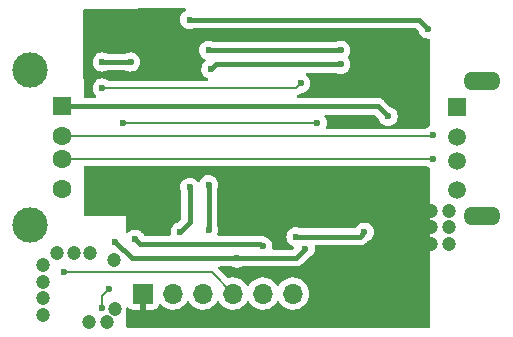
<source format=gbr>
G04 #@! TF.GenerationSoftware,KiCad,Pcbnew,(5.99.0-11535-gf6cac49802)*
G04 #@! TF.CreationDate,2021-08-06T14:04:52-04:00*
G04 #@! TF.ProjectId,esphome-humitemp,65737068-6f6d-4652-9d68-756d6974656d,1*
G04 #@! TF.SameCoordinates,Original*
G04 #@! TF.FileFunction,Copper,L2,Bot*
G04 #@! TF.FilePolarity,Positive*
%FSLAX46Y46*%
G04 Gerber Fmt 4.6, Leading zero omitted, Abs format (unit mm)*
G04 Created by KiCad (PCBNEW (5.99.0-11535-gf6cac49802)) date 2021-08-06 14:04:52*
%MOMM*%
%LPD*%
G01*
G04 APERTURE LIST*
G04 #@! TA.AperFunction,ComponentPad*
%ADD10R,1.700000X1.700000*%
G04 #@! TD*
G04 #@! TA.AperFunction,ComponentPad*
%ADD11O,1.700000X1.700000*%
G04 #@! TD*
G04 #@! TA.AperFunction,ComponentPad*
%ADD12R,1.500000X1.600000*%
G04 #@! TD*
G04 #@! TA.AperFunction,ComponentPad*
%ADD13C,1.600000*%
G04 #@! TD*
G04 #@! TA.AperFunction,ComponentPad*
%ADD14C,3.000000*%
G04 #@! TD*
G04 #@! TA.AperFunction,ComponentPad*
%ADD15R,1.508000X1.508000*%
G04 #@! TD*
G04 #@! TA.AperFunction,ComponentPad*
%ADD16C,1.508000*%
G04 #@! TD*
G04 #@! TA.AperFunction,ComponentPad*
%ADD17O,3.150000X1.575000*%
G04 #@! TD*
G04 #@! TA.AperFunction,ViaPad*
%ADD18C,0.600000*%
G04 #@! TD*
G04 #@! TA.AperFunction,ViaPad*
%ADD19C,1.200000*%
G04 #@! TD*
G04 #@! TA.AperFunction,Conductor*
%ADD20C,0.400000*%
G04 #@! TD*
G04 #@! TA.AperFunction,Conductor*
%ADD21C,0.200000*%
G04 #@! TD*
G04 #@! TA.AperFunction,Conductor*
%ADD22C,0.127000*%
G04 #@! TD*
G04 APERTURE END LIST*
D10*
X106850000Y-76600000D03*
D11*
X109390000Y-76600000D03*
X111930000Y-76600000D03*
X114470000Y-76600000D03*
X117010000Y-76600000D03*
X119550000Y-76600000D03*
D12*
X99990000Y-60750000D03*
D13*
X99990000Y-63250000D03*
X99990000Y-65250000D03*
X99990000Y-67750000D03*
D14*
X97280000Y-70820000D03*
X97280000Y-57680000D03*
D15*
X133462500Y-60844250D03*
D16*
X133462500Y-63344250D03*
X133462500Y-65344250D03*
X133462500Y-67844250D03*
D17*
X135562500Y-58644250D03*
X135562500Y-70044250D03*
D18*
X127600000Y-61600000D03*
D19*
X103800000Y-79000000D03*
X102300000Y-79000000D03*
X129650000Y-71000000D03*
X101000000Y-73200000D03*
X98400000Y-74200000D03*
D18*
X129150000Y-67800000D03*
D19*
X132800000Y-69600000D03*
X104500000Y-77900000D03*
X115050000Y-66600000D03*
X102400000Y-73200000D03*
X98400000Y-75600000D03*
D18*
X119100000Y-54600000D03*
X102750000Y-67700000D03*
D19*
X130200000Y-78400000D03*
X125400000Y-78400000D03*
X98400000Y-77000000D03*
D18*
X118200000Y-71600000D03*
D19*
X129650000Y-69600000D03*
X132800000Y-71000000D03*
X131200000Y-72400000D03*
X104400000Y-73800000D03*
X122200000Y-74200000D03*
X99600000Y-73200000D03*
X128600000Y-78400000D03*
X122200000Y-78400000D03*
X98400000Y-78400000D03*
X116750000Y-66600000D03*
X122200000Y-77000000D03*
D18*
X128600000Y-71600000D03*
D19*
X118350000Y-66600000D03*
D18*
X107000000Y-78800000D03*
D19*
X131200000Y-71000000D03*
X122200000Y-75600000D03*
X127000000Y-78400000D03*
X123800000Y-78400000D03*
X132800000Y-72400000D03*
D18*
X116550000Y-54600000D03*
D19*
X131200000Y-69600000D03*
D18*
X110800000Y-53400000D03*
X100200000Y-74800000D03*
X131000000Y-54200000D03*
X120600000Y-72800000D03*
X104500000Y-72200000D03*
X114800000Y-73600000D03*
X110000000Y-71373500D03*
X123600000Y-56000000D03*
X112400000Y-56000000D03*
X110800000Y-67600000D03*
X112400000Y-71200000D03*
X112400000Y-67400000D03*
X112600000Y-57600000D03*
X123600000Y-57200000D03*
X105800000Y-57000000D03*
X117000000Y-72600000D03*
X106200000Y-72000000D03*
X103400000Y-57000000D03*
X125600000Y-71400000D03*
X119800000Y-71800000D03*
X103400000Y-77800000D03*
X105200000Y-62200000D03*
X104000000Y-76200000D03*
X121600000Y-62200000D03*
X103400000Y-59200000D03*
X120200000Y-58800000D03*
X131400000Y-63200000D03*
X131400000Y-65200000D03*
D20*
X127600000Y-61600000D02*
X126750000Y-60750000D01*
X126750000Y-60750000D02*
X99990000Y-60750000D01*
D21*
X112670000Y-74800000D02*
X114470000Y-76600000D01*
D20*
X105900000Y-73600000D02*
X114800000Y-73600000D01*
X119800000Y-73600000D02*
X114800000Y-73600000D01*
X130200000Y-53400000D02*
X131000000Y-54200000D01*
D21*
X100200000Y-74800000D02*
X112670000Y-74800000D01*
D20*
X110800000Y-53400000D02*
X130200000Y-53400000D01*
X120600000Y-72800000D02*
X119800000Y-73600000D01*
X104500000Y-72200000D02*
X105900000Y-73600000D01*
X110000000Y-71373500D02*
X110800000Y-70573500D01*
X112400000Y-56000000D02*
X123600000Y-56000000D01*
X110800000Y-70573500D02*
X110800000Y-67600000D01*
X113000000Y-57200000D02*
X123600000Y-57200000D01*
X112600000Y-57600000D02*
X113000000Y-57200000D01*
X112400000Y-71200000D02*
X112400000Y-67400000D01*
X106200000Y-72000000D02*
X106600000Y-72400000D01*
X103400000Y-57000000D02*
X105800000Y-57000000D01*
X116800000Y-72400000D02*
X117000000Y-72600000D01*
X106600000Y-72400000D02*
X116800000Y-72400000D01*
X125600000Y-71400000D02*
X125200000Y-71800000D01*
X125200000Y-71800000D02*
X119800000Y-71800000D01*
D21*
X103400000Y-76800000D02*
X104000000Y-76200000D01*
X103400000Y-77800000D02*
X103400000Y-76800000D01*
X121600000Y-62200000D02*
X105200000Y-62200000D01*
X103400000Y-59200000D02*
X119800000Y-59200000D01*
X119800000Y-59200000D02*
X120200000Y-58800000D01*
D22*
X131350000Y-63250000D02*
X99990000Y-63250000D01*
X131400000Y-63200000D02*
X131350000Y-63250000D01*
X131400000Y-65200000D02*
X131350000Y-65250000D01*
X131350000Y-65250000D02*
X99990000Y-65250000D01*
G04 #@! TA.AperFunction,Conductor*
G36*
X130905322Y-65842568D02*
G01*
X130913729Y-65848069D01*
X131033159Y-65926222D01*
X131067923Y-65939151D01*
X131124797Y-65981643D01*
X131149670Y-66048140D01*
X131150000Y-66057247D01*
X131150000Y-79366000D01*
X131129998Y-79434121D01*
X131076342Y-79480614D01*
X131024000Y-79492000D01*
X105526000Y-79492000D01*
X105457879Y-79471998D01*
X105411386Y-79418342D01*
X105400000Y-79366000D01*
X105400000Y-77874766D01*
X105420002Y-77806645D01*
X105473658Y-77760152D01*
X105543932Y-77750048D01*
X105608512Y-77779542D01*
X105626826Y-77799200D01*
X105631717Y-77805726D01*
X105644276Y-77818285D01*
X105746351Y-77894786D01*
X105761946Y-77903324D01*
X105882394Y-77948478D01*
X105897649Y-77952105D01*
X105948514Y-77957631D01*
X105955328Y-77958000D01*
X106577885Y-77958000D01*
X106593124Y-77953525D01*
X106594329Y-77952135D01*
X106596000Y-77944452D01*
X106596000Y-76472000D01*
X106616002Y-76403879D01*
X106669658Y-76357386D01*
X106722000Y-76346000D01*
X106978000Y-76346000D01*
X107046121Y-76366002D01*
X107092614Y-76419658D01*
X107104000Y-76472000D01*
X107104000Y-77939884D01*
X107108475Y-77955123D01*
X107109865Y-77956328D01*
X107117548Y-77957999D01*
X107744669Y-77957999D01*
X107751490Y-77957629D01*
X107802352Y-77952105D01*
X107817604Y-77948479D01*
X107938054Y-77903324D01*
X107953649Y-77894786D01*
X108055724Y-77818285D01*
X108068285Y-77805724D01*
X108144786Y-77703649D01*
X108153324Y-77688054D01*
X108194225Y-77578952D01*
X108236867Y-77522188D01*
X108303428Y-77497488D01*
X108372777Y-77512696D01*
X108407444Y-77540684D01*
X108432865Y-77570031D01*
X108432869Y-77570035D01*
X108436250Y-77573938D01*
X108608126Y-77716632D01*
X108801000Y-77829338D01*
X109009692Y-77909030D01*
X109014760Y-77910061D01*
X109014763Y-77910062D01*
X109122017Y-77931883D01*
X109228597Y-77953567D01*
X109233772Y-77953757D01*
X109233774Y-77953757D01*
X109446673Y-77961564D01*
X109446677Y-77961564D01*
X109451837Y-77961753D01*
X109456957Y-77961097D01*
X109456959Y-77961097D01*
X109668288Y-77934025D01*
X109668289Y-77934025D01*
X109673416Y-77933368D01*
X109678366Y-77931883D01*
X109882429Y-77870661D01*
X109882434Y-77870659D01*
X109887384Y-77869174D01*
X110087994Y-77770896D01*
X110269860Y-77641173D01*
X110428096Y-77483489D01*
X110558453Y-77302077D01*
X110559776Y-77303028D01*
X110606645Y-77259857D01*
X110676580Y-77247625D01*
X110742026Y-77275144D01*
X110769875Y-77306994D01*
X110829987Y-77405088D01*
X110976250Y-77573938D01*
X111148126Y-77716632D01*
X111341000Y-77829338D01*
X111549692Y-77909030D01*
X111554760Y-77910061D01*
X111554763Y-77910062D01*
X111662017Y-77931883D01*
X111768597Y-77953567D01*
X111773772Y-77953757D01*
X111773774Y-77953757D01*
X111986673Y-77961564D01*
X111986677Y-77961564D01*
X111991837Y-77961753D01*
X111996957Y-77961097D01*
X111996959Y-77961097D01*
X112208288Y-77934025D01*
X112208289Y-77934025D01*
X112213416Y-77933368D01*
X112218366Y-77931883D01*
X112422429Y-77870661D01*
X112422434Y-77870659D01*
X112427384Y-77869174D01*
X112627994Y-77770896D01*
X112809860Y-77641173D01*
X112968096Y-77483489D01*
X113098453Y-77302077D01*
X113099776Y-77303028D01*
X113146645Y-77259857D01*
X113216580Y-77247625D01*
X113282026Y-77275144D01*
X113309875Y-77306994D01*
X113369987Y-77405088D01*
X113516250Y-77573938D01*
X113688126Y-77716632D01*
X113881000Y-77829338D01*
X114089692Y-77909030D01*
X114094760Y-77910061D01*
X114094763Y-77910062D01*
X114202017Y-77931883D01*
X114308597Y-77953567D01*
X114313772Y-77953757D01*
X114313774Y-77953757D01*
X114526673Y-77961564D01*
X114526677Y-77961564D01*
X114531837Y-77961753D01*
X114536957Y-77961097D01*
X114536959Y-77961097D01*
X114748288Y-77934025D01*
X114748289Y-77934025D01*
X114753416Y-77933368D01*
X114758366Y-77931883D01*
X114962429Y-77870661D01*
X114962434Y-77870659D01*
X114967384Y-77869174D01*
X115167994Y-77770896D01*
X115349860Y-77641173D01*
X115508096Y-77483489D01*
X115638453Y-77302077D01*
X115639776Y-77303028D01*
X115686645Y-77259857D01*
X115756580Y-77247625D01*
X115822026Y-77275144D01*
X115849875Y-77306994D01*
X115909987Y-77405088D01*
X116056250Y-77573938D01*
X116228126Y-77716632D01*
X116421000Y-77829338D01*
X116629692Y-77909030D01*
X116634760Y-77910061D01*
X116634763Y-77910062D01*
X116742017Y-77931883D01*
X116848597Y-77953567D01*
X116853772Y-77953757D01*
X116853774Y-77953757D01*
X117066673Y-77961564D01*
X117066677Y-77961564D01*
X117071837Y-77961753D01*
X117076957Y-77961097D01*
X117076959Y-77961097D01*
X117288288Y-77934025D01*
X117288289Y-77934025D01*
X117293416Y-77933368D01*
X117298366Y-77931883D01*
X117502429Y-77870661D01*
X117502434Y-77870659D01*
X117507384Y-77869174D01*
X117707994Y-77770896D01*
X117889860Y-77641173D01*
X118048096Y-77483489D01*
X118178453Y-77302077D01*
X118179776Y-77303028D01*
X118226645Y-77259857D01*
X118296580Y-77247625D01*
X118362026Y-77275144D01*
X118389875Y-77306994D01*
X118449987Y-77405088D01*
X118596250Y-77573938D01*
X118768126Y-77716632D01*
X118961000Y-77829338D01*
X119169692Y-77909030D01*
X119174760Y-77910061D01*
X119174763Y-77910062D01*
X119282017Y-77931883D01*
X119388597Y-77953567D01*
X119393772Y-77953757D01*
X119393774Y-77953757D01*
X119606673Y-77961564D01*
X119606677Y-77961564D01*
X119611837Y-77961753D01*
X119616957Y-77961097D01*
X119616959Y-77961097D01*
X119828288Y-77934025D01*
X119828289Y-77934025D01*
X119833416Y-77933368D01*
X119838366Y-77931883D01*
X120042429Y-77870661D01*
X120042434Y-77870659D01*
X120047384Y-77869174D01*
X120247994Y-77770896D01*
X120429860Y-77641173D01*
X120588096Y-77483489D01*
X120718453Y-77302077D01*
X120739320Y-77259857D01*
X120815136Y-77106453D01*
X120815137Y-77106451D01*
X120817430Y-77101811D01*
X120882370Y-76888069D01*
X120911529Y-76666590D01*
X120913156Y-76600000D01*
X120894852Y-76377361D01*
X120840431Y-76160702D01*
X120751354Y-75955840D01*
X120630014Y-75768277D01*
X120479670Y-75603051D01*
X120475619Y-75599852D01*
X120475615Y-75599848D01*
X120308414Y-75467800D01*
X120308410Y-75467798D01*
X120304359Y-75464598D01*
X120108789Y-75356638D01*
X120103920Y-75354914D01*
X120103916Y-75354912D01*
X119903087Y-75283795D01*
X119903083Y-75283794D01*
X119898212Y-75282069D01*
X119893119Y-75281162D01*
X119893116Y-75281161D01*
X119683373Y-75243800D01*
X119683367Y-75243799D01*
X119678284Y-75242894D01*
X119604452Y-75241992D01*
X119460081Y-75240228D01*
X119460079Y-75240228D01*
X119454911Y-75240165D01*
X119234091Y-75273955D01*
X119021756Y-75343357D01*
X118823607Y-75446507D01*
X118819474Y-75449610D01*
X118819471Y-75449612D01*
X118678503Y-75555454D01*
X118644965Y-75580635D01*
X118490629Y-75742138D01*
X118383201Y-75899621D01*
X118328293Y-75944621D01*
X118257768Y-75952792D01*
X118194021Y-75921538D01*
X118173324Y-75897054D01*
X118092822Y-75772617D01*
X118092820Y-75772614D01*
X118090014Y-75768277D01*
X117939670Y-75603051D01*
X117935619Y-75599852D01*
X117935615Y-75599848D01*
X117768414Y-75467800D01*
X117768410Y-75467798D01*
X117764359Y-75464598D01*
X117568789Y-75356638D01*
X117563920Y-75354914D01*
X117563916Y-75354912D01*
X117363087Y-75283795D01*
X117363083Y-75283794D01*
X117358212Y-75282069D01*
X117353119Y-75281162D01*
X117353116Y-75281161D01*
X117143373Y-75243800D01*
X117143367Y-75243799D01*
X117138284Y-75242894D01*
X117064452Y-75241992D01*
X116920081Y-75240228D01*
X116920079Y-75240228D01*
X116914911Y-75240165D01*
X116694091Y-75273955D01*
X116481756Y-75343357D01*
X116283607Y-75446507D01*
X116279474Y-75449610D01*
X116279471Y-75449612D01*
X116138503Y-75555454D01*
X116104965Y-75580635D01*
X115950629Y-75742138D01*
X115843201Y-75899621D01*
X115788293Y-75944621D01*
X115717768Y-75952792D01*
X115654021Y-75921538D01*
X115633324Y-75897054D01*
X115552822Y-75772617D01*
X115552820Y-75772614D01*
X115550014Y-75768277D01*
X115399670Y-75603051D01*
X115395619Y-75599852D01*
X115395615Y-75599848D01*
X115228414Y-75467800D01*
X115228410Y-75467798D01*
X115224359Y-75464598D01*
X115028789Y-75356638D01*
X115023920Y-75354914D01*
X115023916Y-75354912D01*
X114823087Y-75283795D01*
X114823083Y-75283794D01*
X114818212Y-75282069D01*
X114813119Y-75281162D01*
X114813116Y-75281161D01*
X114603373Y-75243800D01*
X114603367Y-75243799D01*
X114598284Y-75242894D01*
X114524452Y-75241992D01*
X114380081Y-75240228D01*
X114380079Y-75240228D01*
X114374911Y-75240165D01*
X114227627Y-75262703D01*
X114159200Y-75273173D01*
X114159197Y-75273174D01*
X114154091Y-75273955D01*
X114149176Y-75275562D01*
X114149174Y-75275562D01*
X114114890Y-75286768D01*
X114043927Y-75288921D01*
X113986648Y-75256099D01*
X113254144Y-74523595D01*
X113220118Y-74461283D01*
X113225183Y-74390468D01*
X113267730Y-74333632D01*
X113334250Y-74308821D01*
X113343239Y-74308500D01*
X114369800Y-74308500D01*
X114426609Y-74322033D01*
X114427260Y-74322362D01*
X114433159Y-74326222D01*
X114439767Y-74328680D01*
X114439768Y-74328680D01*
X114596558Y-74386990D01*
X114596560Y-74386990D01*
X114603168Y-74389448D01*
X114686995Y-74400633D01*
X114775980Y-74412507D01*
X114775984Y-74412507D01*
X114782961Y-74413438D01*
X114789972Y-74412800D01*
X114789976Y-74412800D01*
X114953414Y-74397925D01*
X114963600Y-74396998D01*
X114970302Y-74394820D01*
X114970304Y-74394820D01*
X115129409Y-74343124D01*
X115129412Y-74343123D01*
X115136108Y-74340947D01*
X115160727Y-74326271D01*
X115225245Y-74308500D01*
X119771088Y-74308500D01*
X119779658Y-74308792D01*
X119829776Y-74312209D01*
X119829780Y-74312209D01*
X119837352Y-74312725D01*
X119844829Y-74311420D01*
X119844830Y-74311420D01*
X119871308Y-74306799D01*
X119900303Y-74301738D01*
X119906821Y-74300777D01*
X119970242Y-74293102D01*
X119977343Y-74290419D01*
X119979952Y-74289778D01*
X119996262Y-74285315D01*
X119998798Y-74284550D01*
X120006284Y-74283243D01*
X120064800Y-74257556D01*
X120070904Y-74255065D01*
X120123548Y-74235173D01*
X120123549Y-74235172D01*
X120130656Y-74232487D01*
X120136919Y-74228183D01*
X120139285Y-74226946D01*
X120154097Y-74218701D01*
X120156351Y-74217368D01*
X120163305Y-74214315D01*
X120214002Y-74175413D01*
X120219332Y-74171541D01*
X120265720Y-74139661D01*
X120265725Y-74139656D01*
X120271981Y-74135357D01*
X120313436Y-74088829D01*
X120318416Y-74083554D01*
X120803493Y-73598477D01*
X120853651Y-73567739D01*
X120929411Y-73543123D01*
X120936108Y-73540947D01*
X121091912Y-73448069D01*
X121223266Y-73322982D01*
X121323643Y-73171902D01*
X121388055Y-73002338D01*
X121413299Y-72822717D01*
X121413616Y-72800000D01*
X121396627Y-72648544D01*
X121408911Y-72578620D01*
X121457050Y-72526435D01*
X121521842Y-72508500D01*
X125171088Y-72508500D01*
X125179658Y-72508792D01*
X125229776Y-72512209D01*
X125229780Y-72512209D01*
X125237352Y-72512725D01*
X125244829Y-72511420D01*
X125244830Y-72511420D01*
X125271308Y-72506799D01*
X125300303Y-72501738D01*
X125306821Y-72500777D01*
X125370242Y-72493102D01*
X125377343Y-72490419D01*
X125379952Y-72489778D01*
X125396262Y-72485315D01*
X125398798Y-72484550D01*
X125406284Y-72483243D01*
X125464800Y-72457556D01*
X125470904Y-72455065D01*
X125523548Y-72435173D01*
X125523549Y-72435172D01*
X125530656Y-72432487D01*
X125536919Y-72428183D01*
X125539285Y-72426946D01*
X125554097Y-72418701D01*
X125556351Y-72417368D01*
X125563305Y-72414315D01*
X125614002Y-72375413D01*
X125619332Y-72371541D01*
X125665720Y-72339661D01*
X125665725Y-72339656D01*
X125671981Y-72335357D01*
X125677030Y-72329690D01*
X125677037Y-72329684D01*
X125713444Y-72288821D01*
X125718425Y-72283545D01*
X125803494Y-72198476D01*
X125853653Y-72167738D01*
X125929409Y-72143124D01*
X125929412Y-72143123D01*
X125936108Y-72140947D01*
X126091912Y-72048069D01*
X126223266Y-71922982D01*
X126323643Y-71771902D01*
X126388055Y-71602338D01*
X126389156Y-71594507D01*
X126412748Y-71426639D01*
X126412748Y-71426636D01*
X126413299Y-71422717D01*
X126413616Y-71400000D01*
X126393397Y-71219745D01*
X126385007Y-71195653D01*
X126336064Y-71055106D01*
X126336062Y-71055103D01*
X126333745Y-71048448D01*
X126306823Y-71005364D01*
X126241359Y-70900598D01*
X126237626Y-70894624D01*
X126198383Y-70855106D01*
X126114778Y-70770915D01*
X126114774Y-70770912D01*
X126109815Y-70765918D01*
X126098697Y-70758862D01*
X126050538Y-70728300D01*
X125956666Y-70668727D01*
X125927463Y-70658328D01*
X125792425Y-70610243D01*
X125792420Y-70610242D01*
X125785790Y-70607881D01*
X125778802Y-70607048D01*
X125778799Y-70607047D01*
X125655698Y-70592368D01*
X125605680Y-70586404D01*
X125598677Y-70587140D01*
X125598676Y-70587140D01*
X125432288Y-70604628D01*
X125432286Y-70604629D01*
X125425288Y-70605364D01*
X125253579Y-70663818D01*
X125247575Y-70667512D01*
X125105095Y-70755166D01*
X125105092Y-70755168D01*
X125099088Y-70758862D01*
X125094053Y-70763793D01*
X125094050Y-70763795D01*
X124974525Y-70880843D01*
X124969493Y-70885771D01*
X124900065Y-70993503D01*
X124874124Y-71033755D01*
X124820410Y-71080180D01*
X124768213Y-71091500D01*
X120229158Y-71091500D01*
X120169624Y-71074205D01*
X120168948Y-71075590D01*
X120162609Y-71072498D01*
X120156666Y-71068727D01*
X120142880Y-71063818D01*
X119992425Y-71010243D01*
X119992420Y-71010242D01*
X119985790Y-71007881D01*
X119978802Y-71007048D01*
X119978799Y-71007047D01*
X119855698Y-70992368D01*
X119805680Y-70986404D01*
X119798677Y-70987140D01*
X119798676Y-70987140D01*
X119632288Y-71004628D01*
X119632286Y-71004629D01*
X119625288Y-71005364D01*
X119453579Y-71063818D01*
X119402975Y-71094950D01*
X119305095Y-71155166D01*
X119305092Y-71155168D01*
X119299088Y-71158862D01*
X119294053Y-71163793D01*
X119294050Y-71163795D01*
X119174525Y-71280843D01*
X119169493Y-71285771D01*
X119071235Y-71438238D01*
X119068826Y-71444858D01*
X119068824Y-71444861D01*
X119039391Y-71525728D01*
X119009197Y-71608685D01*
X118986463Y-71788640D01*
X119004163Y-71969160D01*
X119061418Y-72141273D01*
X119065065Y-72147295D01*
X119065066Y-72147297D01*
X119149143Y-72286125D01*
X119155380Y-72296424D01*
X119281382Y-72426902D01*
X119324420Y-72455065D01*
X119394882Y-72501174D01*
X119433159Y-72526222D01*
X119439763Y-72528678D01*
X119439765Y-72528679D01*
X119568943Y-72576720D01*
X119625819Y-72619212D01*
X119650693Y-72685709D01*
X119635668Y-72755097D01*
X119614118Y-72783912D01*
X119543435Y-72854595D01*
X119481123Y-72888621D01*
X119454340Y-72891500D01*
X117920471Y-72891500D01*
X117852350Y-72871498D01*
X117805857Y-72817842D01*
X117795697Y-72747964D01*
X117812748Y-72626640D01*
X117812748Y-72626635D01*
X117813299Y-72622717D01*
X117813616Y-72600000D01*
X117793397Y-72419745D01*
X117764010Y-72335357D01*
X117736064Y-72255106D01*
X117736062Y-72255103D01*
X117733745Y-72248448D01*
X117637626Y-72094624D01*
X117586571Y-72043211D01*
X117514778Y-71970915D01*
X117514774Y-71970912D01*
X117509815Y-71965918D01*
X117356666Y-71868727D01*
X117325457Y-71857614D01*
X117218567Y-71819552D01*
X117183089Y-71800008D01*
X117175693Y-71794209D01*
X117169718Y-71789524D01*
X117162802Y-71786401D01*
X117160516Y-71785017D01*
X117145835Y-71776643D01*
X117143475Y-71775378D01*
X117137261Y-71771010D01*
X117130182Y-71768250D01*
X117130180Y-71768249D01*
X117077725Y-71747798D01*
X117071656Y-71745247D01*
X117013427Y-71718955D01*
X117005960Y-71717571D01*
X117003405Y-71716770D01*
X116987152Y-71712141D01*
X116984572Y-71711478D01*
X116977491Y-71708718D01*
X116969960Y-71707727D01*
X116969958Y-71707726D01*
X116940339Y-71703827D01*
X116914139Y-71700378D01*
X116907641Y-71699348D01*
X116844814Y-71687704D01*
X116837234Y-71688141D01*
X116837233Y-71688141D01*
X116782608Y-71691291D01*
X116775354Y-71691500D01*
X113260860Y-71691500D01*
X113192739Y-71671498D01*
X113146246Y-71617842D01*
X113136142Y-71547568D01*
X113143072Y-71520756D01*
X113185555Y-71408920D01*
X113185556Y-71408918D01*
X113188055Y-71402338D01*
X113189035Y-71395366D01*
X113212748Y-71226639D01*
X113212748Y-71226636D01*
X113213299Y-71222717D01*
X113213506Y-71207881D01*
X113213561Y-71203962D01*
X113213561Y-71203957D01*
X113213616Y-71200000D01*
X113193397Y-71019745D01*
X113190088Y-71010243D01*
X113136064Y-70855106D01*
X113136062Y-70855103D01*
X113133745Y-70848448D01*
X113127644Y-70838684D01*
X113108500Y-70771918D01*
X113108500Y-67830132D01*
X113121983Y-67774400D01*
X113123643Y-67771902D01*
X113188055Y-67602338D01*
X113213299Y-67422717D01*
X113213616Y-67400000D01*
X113193397Y-67219745D01*
X113191080Y-67213091D01*
X113136064Y-67055106D01*
X113136062Y-67055103D01*
X113133745Y-67048448D01*
X113123662Y-67032312D01*
X113041359Y-66900598D01*
X113037626Y-66894624D01*
X113009561Y-66866362D01*
X112914778Y-66770915D01*
X112914774Y-66770912D01*
X112909815Y-66765918D01*
X112898697Y-66758862D01*
X112850538Y-66728300D01*
X112756666Y-66668727D01*
X112727463Y-66658328D01*
X112592425Y-66610243D01*
X112592420Y-66610242D01*
X112585790Y-66607881D01*
X112578802Y-66607048D01*
X112578799Y-66607047D01*
X112455698Y-66592368D01*
X112405680Y-66586404D01*
X112398677Y-66587140D01*
X112398676Y-66587140D01*
X112232288Y-66604628D01*
X112232286Y-66604629D01*
X112225288Y-66605364D01*
X112053579Y-66663818D01*
X112047575Y-66667512D01*
X111905095Y-66755166D01*
X111905092Y-66755168D01*
X111899088Y-66758862D01*
X111894053Y-66763793D01*
X111894050Y-66763795D01*
X111774525Y-66880843D01*
X111769493Y-66885771D01*
X111671235Y-67038238D01*
X111668824Y-67044862D01*
X111668823Y-67044864D01*
X111660447Y-67067877D01*
X111618353Y-67125049D01*
X111552032Y-67150387D01*
X111482540Y-67135846D01*
X111443301Y-67103048D01*
X111441359Y-67100597D01*
X111437626Y-67094624D01*
X111373720Y-67030271D01*
X111314778Y-66970915D01*
X111314774Y-66970912D01*
X111309815Y-66965918D01*
X111298697Y-66958862D01*
X111250538Y-66928300D01*
X111156666Y-66868727D01*
X111127463Y-66858328D01*
X110992425Y-66810243D01*
X110992420Y-66810242D01*
X110985790Y-66807881D01*
X110978802Y-66807048D01*
X110978799Y-66807047D01*
X110855698Y-66792368D01*
X110805680Y-66786404D01*
X110798677Y-66787140D01*
X110798676Y-66787140D01*
X110632288Y-66804628D01*
X110632286Y-66804629D01*
X110625288Y-66805364D01*
X110453579Y-66863818D01*
X110417895Y-66885771D01*
X110305095Y-66955166D01*
X110305092Y-66955168D01*
X110299088Y-66958862D01*
X110294053Y-66963793D01*
X110294050Y-66963795D01*
X110174525Y-67080843D01*
X110169493Y-67085771D01*
X110071235Y-67238238D01*
X110068826Y-67244858D01*
X110068824Y-67244861D01*
X110016493Y-67388640D01*
X110009197Y-67408685D01*
X109986463Y-67588640D01*
X110004163Y-67769160D01*
X110061418Y-67941273D01*
X110065065Y-67947296D01*
X110065066Y-67947297D01*
X110073276Y-67960853D01*
X110091500Y-68026124D01*
X110091500Y-70227840D01*
X110071498Y-70295961D01*
X110054595Y-70316935D01*
X109796563Y-70574967D01*
X109748074Y-70605150D01*
X109653579Y-70637318D01*
X109647575Y-70641012D01*
X109505095Y-70728666D01*
X109505092Y-70728668D01*
X109499088Y-70732362D01*
X109494053Y-70737293D01*
X109494050Y-70737295D01*
X109380838Y-70848161D01*
X109369493Y-70859271D01*
X109271235Y-71011738D01*
X109268826Y-71018358D01*
X109268824Y-71018361D01*
X109243079Y-71089096D01*
X109209197Y-71182185D01*
X109186463Y-71362140D01*
X109204068Y-71541692D01*
X109204068Y-71541694D01*
X109204163Y-71542660D01*
X109203993Y-71542677D01*
X109198853Y-71610088D01*
X109156039Y-71666722D01*
X109089403Y-71691220D01*
X109081006Y-71691500D01*
X107030489Y-71691500D01*
X106962368Y-71671498D01*
X106923635Y-71632269D01*
X106908899Y-71608685D01*
X106837626Y-71494624D01*
X106785400Y-71442032D01*
X106714778Y-71370915D01*
X106714774Y-71370912D01*
X106709815Y-71365918D01*
X106698697Y-71358862D01*
X106650538Y-71328300D01*
X106556666Y-71268727D01*
X106527463Y-71258328D01*
X106392425Y-71210243D01*
X106392420Y-71210242D01*
X106385790Y-71207881D01*
X106378802Y-71207048D01*
X106378799Y-71207047D01*
X106255698Y-71192368D01*
X106205680Y-71186404D01*
X106198677Y-71187140D01*
X106198676Y-71187140D01*
X106032288Y-71204628D01*
X106032286Y-71204629D01*
X106025288Y-71205364D01*
X105853579Y-71263818D01*
X105817895Y-71285771D01*
X105705095Y-71355166D01*
X105705092Y-71355168D01*
X105699088Y-71358862D01*
X105694053Y-71363793D01*
X105694050Y-71363795D01*
X105639376Y-71417337D01*
X105624084Y-71432312D01*
X105614158Y-71442032D01*
X105551493Y-71475403D01*
X105480734Y-71469597D01*
X105424347Y-71426458D01*
X105400234Y-71359681D01*
X105400000Y-71352009D01*
X105400000Y-70000000D01*
X101958225Y-70000000D01*
X101890104Y-69979998D01*
X101843611Y-69926342D01*
X101832225Y-69874202D01*
X101829268Y-68026124D01*
X101825943Y-65948201D01*
X101845836Y-65880049D01*
X101899417Y-65833470D01*
X101951943Y-65822000D01*
X130836329Y-65822000D01*
X130905322Y-65842568D01*
G37*
G04 #@! TD.AperFunction*
G04 #@! TA.AperFunction,Conductor*
G36*
X110435216Y-52462497D02*
G01*
X110481948Y-52515944D01*
X110492365Y-52586173D01*
X110463161Y-52650884D01*
X110433596Y-52676112D01*
X110299088Y-52758862D01*
X110294053Y-52763793D01*
X110294050Y-52763795D01*
X110174525Y-52880843D01*
X110169493Y-52885771D01*
X110071235Y-53038238D01*
X110068826Y-53044858D01*
X110068824Y-53044861D01*
X110023802Y-53168558D01*
X110009197Y-53208685D01*
X109986463Y-53388640D01*
X110004163Y-53569160D01*
X110061418Y-53741273D01*
X110155380Y-53896424D01*
X110281382Y-54026902D01*
X110433159Y-54126222D01*
X110439763Y-54128678D01*
X110439765Y-54128679D01*
X110596558Y-54186990D01*
X110596560Y-54186990D01*
X110603168Y-54189448D01*
X110682250Y-54200000D01*
X110775980Y-54212507D01*
X110775984Y-54212507D01*
X110782961Y-54213438D01*
X110789972Y-54212800D01*
X110789976Y-54212800D01*
X110932459Y-54199832D01*
X110963600Y-54196998D01*
X110970302Y-54194820D01*
X110970304Y-54194820D01*
X111129409Y-54143124D01*
X111129412Y-54143123D01*
X111136108Y-54140947D01*
X111160727Y-54126271D01*
X111225245Y-54108500D01*
X129854340Y-54108500D01*
X129922461Y-54128502D01*
X129943435Y-54145405D01*
X130201532Y-54403502D01*
X130231994Y-54452824D01*
X130261418Y-54541273D01*
X130355380Y-54696424D01*
X130481382Y-54826902D01*
X130633159Y-54926222D01*
X130639763Y-54928678D01*
X130639765Y-54928679D01*
X130796558Y-54986990D01*
X130796560Y-54986990D01*
X130803168Y-54989448D01*
X130886995Y-55000633D01*
X130975980Y-55012507D01*
X130975984Y-55012507D01*
X130982961Y-55013438D01*
X130989972Y-55012800D01*
X130989974Y-55012800D01*
X130997136Y-55012148D01*
X131012580Y-55010742D01*
X131082232Y-55024486D01*
X131133397Y-55073707D01*
X131150000Y-55136223D01*
X131150000Y-62340786D01*
X131129998Y-62408907D01*
X131076342Y-62455400D01*
X131064610Y-62460062D01*
X131060254Y-62461545D01*
X131060249Y-62461547D01*
X131053579Y-62463818D01*
X131047575Y-62467512D01*
X130905090Y-62555169D01*
X130905087Y-62555171D01*
X130899088Y-62558862D01*
X130852646Y-62604342D01*
X130814167Y-62642023D01*
X130751502Y-62675394D01*
X130726009Y-62678000D01*
X122465988Y-62678000D01*
X122397867Y-62657998D01*
X122351374Y-62604342D01*
X122341270Y-62534068D01*
X122348200Y-62507256D01*
X122385555Y-62408920D01*
X122385556Y-62408918D01*
X122388055Y-62402338D01*
X122390212Y-62386990D01*
X122412748Y-62226639D01*
X122412748Y-62226636D01*
X122413299Y-62222717D01*
X122413616Y-62200000D01*
X122393397Y-62019745D01*
X122391080Y-62013091D01*
X122336064Y-61855106D01*
X122336062Y-61855103D01*
X122333745Y-61848448D01*
X122237626Y-61694624D01*
X122216435Y-61673284D01*
X122182627Y-61610855D01*
X122187938Y-61540057D01*
X122230682Y-61483370D01*
X122297289Y-61458791D01*
X122305840Y-61458500D01*
X126404340Y-61458500D01*
X126472461Y-61478502D01*
X126493435Y-61495405D01*
X126801532Y-61803502D01*
X126831994Y-61852824D01*
X126861418Y-61941273D01*
X126865065Y-61947295D01*
X126865066Y-61947297D01*
X126913181Y-62026744D01*
X126955380Y-62096424D01*
X127081382Y-62226902D01*
X127233159Y-62326222D01*
X127239763Y-62328678D01*
X127239765Y-62328679D01*
X127396558Y-62386990D01*
X127396560Y-62386990D01*
X127403168Y-62389448D01*
X127486995Y-62400633D01*
X127575980Y-62412507D01*
X127575984Y-62412507D01*
X127582961Y-62413438D01*
X127589972Y-62412800D01*
X127589976Y-62412800D01*
X127732459Y-62399832D01*
X127763600Y-62396998D01*
X127770302Y-62394820D01*
X127770304Y-62394820D01*
X127929409Y-62343124D01*
X127929412Y-62343123D01*
X127936108Y-62340947D01*
X128091912Y-62248069D01*
X128223266Y-62122982D01*
X128323643Y-61971902D01*
X128376669Y-61832312D01*
X128385555Y-61808920D01*
X128385556Y-61808918D01*
X128388055Y-61802338D01*
X128403895Y-61689628D01*
X128412748Y-61626639D01*
X128412748Y-61626636D01*
X128413299Y-61622717D01*
X128413616Y-61600000D01*
X128393397Y-61419745D01*
X128333745Y-61248448D01*
X128237626Y-61094624D01*
X128142446Y-60998777D01*
X128114778Y-60970915D01*
X128114774Y-60970912D01*
X128109815Y-60965918D01*
X127956666Y-60868727D01*
X127853612Y-60832031D01*
X127849908Y-60830712D01*
X127803080Y-60801109D01*
X127271435Y-60269465D01*
X127265581Y-60263198D01*
X127232556Y-60225340D01*
X127232553Y-60225337D01*
X127227561Y-60219615D01*
X127175280Y-60182871D01*
X127169986Y-60178939D01*
X127125693Y-60144209D01*
X127119718Y-60139524D01*
X127112802Y-60136401D01*
X127110516Y-60135017D01*
X127095835Y-60126643D01*
X127093475Y-60125378D01*
X127087261Y-60121010D01*
X127080182Y-60118250D01*
X127080180Y-60118249D01*
X127027725Y-60097798D01*
X127021656Y-60095247D01*
X126963427Y-60068955D01*
X126955960Y-60067571D01*
X126953405Y-60066770D01*
X126937152Y-60062141D01*
X126934572Y-60061478D01*
X126927491Y-60058718D01*
X126919960Y-60057727D01*
X126919958Y-60057726D01*
X126890339Y-60053827D01*
X126864139Y-60050378D01*
X126857641Y-60049348D01*
X126794814Y-60037704D01*
X126787234Y-60038141D01*
X126787233Y-60038141D01*
X126732608Y-60041291D01*
X126725354Y-60041500D01*
X119983731Y-60041500D01*
X119915610Y-60021498D01*
X119869117Y-59967842D01*
X119859013Y-59897568D01*
X119888507Y-59832988D01*
X119950996Y-59793872D01*
X119958851Y-59792838D01*
X120106876Y-59731524D01*
X120146020Y-59701488D01*
X120202072Y-59658477D01*
X120202075Y-59658474D01*
X120227437Y-59639013D01*
X120228140Y-59638474D01*
X120228143Y-59638472D01*
X120233987Y-59633987D01*
X120234687Y-59634899D01*
X120290096Y-59604649D01*
X120305447Y-59602291D01*
X120356579Y-59597637D01*
X120363600Y-59596998D01*
X120370302Y-59594820D01*
X120370304Y-59594820D01*
X120529409Y-59543124D01*
X120529412Y-59543123D01*
X120536108Y-59540947D01*
X120691912Y-59448069D01*
X120823266Y-59322982D01*
X120923643Y-59171902D01*
X120988055Y-59002338D01*
X121013299Y-58822717D01*
X121013616Y-58800000D01*
X120993397Y-58619745D01*
X120976596Y-58571498D01*
X120936064Y-58455106D01*
X120936062Y-58455103D01*
X120933745Y-58448448D01*
X120906823Y-58405364D01*
X120841359Y-58300598D01*
X120837626Y-58294624D01*
X120786571Y-58243211D01*
X120714778Y-58170915D01*
X120714774Y-58170912D01*
X120709815Y-58165918D01*
X120670367Y-58140883D01*
X120623570Y-58087497D01*
X120613065Y-58017281D01*
X120642189Y-57952533D01*
X120701694Y-57913809D01*
X120737883Y-57908500D01*
X123169800Y-57908500D01*
X123226609Y-57922033D01*
X123227260Y-57922362D01*
X123233159Y-57926222D01*
X123239767Y-57928680D01*
X123239768Y-57928680D01*
X123396558Y-57986990D01*
X123396560Y-57986990D01*
X123403168Y-57989448D01*
X123486995Y-58000633D01*
X123575980Y-58012507D01*
X123575984Y-58012507D01*
X123582961Y-58013438D01*
X123589972Y-58012800D01*
X123589976Y-58012800D01*
X123732459Y-57999832D01*
X123763600Y-57996998D01*
X123770302Y-57994820D01*
X123770304Y-57994820D01*
X123929409Y-57943124D01*
X123929412Y-57943123D01*
X123936108Y-57940947D01*
X124091912Y-57848069D01*
X124223266Y-57722982D01*
X124323643Y-57571902D01*
X124388055Y-57402338D01*
X124389035Y-57395366D01*
X124412748Y-57226639D01*
X124412748Y-57226636D01*
X124413299Y-57222717D01*
X124413616Y-57200000D01*
X124393397Y-57019745D01*
X124380130Y-56981646D01*
X124336064Y-56855106D01*
X124336062Y-56855103D01*
X124333745Y-56848448D01*
X124258903Y-56728675D01*
X124241359Y-56700598D01*
X124237626Y-56694624D01*
X124232663Y-56689626D01*
X124232658Y-56689620D01*
X124232290Y-56689249D01*
X124232130Y-56688953D01*
X124228285Y-56684102D01*
X124229137Y-56683426D01*
X124198486Y-56626817D01*
X124203802Y-56556020D01*
X124222959Y-56523274D01*
X124223266Y-56522982D01*
X124323643Y-56371902D01*
X124388055Y-56202338D01*
X124390191Y-56187140D01*
X124412748Y-56026639D01*
X124412748Y-56026636D01*
X124413299Y-56022717D01*
X124413616Y-56000000D01*
X124393397Y-55819745D01*
X124391080Y-55813091D01*
X124336064Y-55655106D01*
X124336062Y-55655103D01*
X124333745Y-55648448D01*
X124237626Y-55494624D01*
X124223941Y-55480843D01*
X124114778Y-55370915D01*
X124114774Y-55370912D01*
X124109815Y-55365918D01*
X124098697Y-55358862D01*
X124050538Y-55328300D01*
X123956666Y-55268727D01*
X123927463Y-55258328D01*
X123792425Y-55210243D01*
X123792420Y-55210242D01*
X123785790Y-55207881D01*
X123778802Y-55207048D01*
X123778799Y-55207047D01*
X123655698Y-55192368D01*
X123605680Y-55186404D01*
X123598677Y-55187140D01*
X123598676Y-55187140D01*
X123432288Y-55204628D01*
X123432286Y-55204629D01*
X123425288Y-55205364D01*
X123335094Y-55236068D01*
X123260249Y-55261547D01*
X123260246Y-55261548D01*
X123253579Y-55263818D01*
X123247576Y-55267511D01*
X123247574Y-55267512D01*
X123238949Y-55272818D01*
X123172928Y-55291500D01*
X112829158Y-55291500D01*
X112769624Y-55274205D01*
X112768948Y-55275590D01*
X112762609Y-55272498D01*
X112756666Y-55268727D01*
X112750033Y-55266365D01*
X112592425Y-55210243D01*
X112592420Y-55210242D01*
X112585790Y-55207881D01*
X112578802Y-55207048D01*
X112578799Y-55207047D01*
X112455698Y-55192368D01*
X112405680Y-55186404D01*
X112398677Y-55187140D01*
X112398676Y-55187140D01*
X112232288Y-55204628D01*
X112232286Y-55204629D01*
X112225288Y-55205364D01*
X112053579Y-55263818D01*
X112034444Y-55275590D01*
X111905095Y-55355166D01*
X111905092Y-55355168D01*
X111899088Y-55358862D01*
X111894053Y-55363793D01*
X111894050Y-55363795D01*
X111774525Y-55480843D01*
X111769493Y-55485771D01*
X111671235Y-55638238D01*
X111668826Y-55644858D01*
X111668824Y-55644861D01*
X111611606Y-55802066D01*
X111609197Y-55808685D01*
X111586463Y-55988640D01*
X111604163Y-56169160D01*
X111661418Y-56341273D01*
X111665065Y-56347295D01*
X111665066Y-56347297D01*
X111751264Y-56489627D01*
X111755380Y-56496424D01*
X111760269Y-56501487D01*
X111760270Y-56501488D01*
X111837121Y-56581068D01*
X111881382Y-56626902D01*
X112033159Y-56726222D01*
X112069121Y-56739596D01*
X112125994Y-56782087D01*
X112150868Y-56848584D01*
X112135843Y-56917972D01*
X112103454Y-56956176D01*
X112099088Y-56958862D01*
X111969493Y-57085771D01*
X111871235Y-57238238D01*
X111868826Y-57244858D01*
X111868824Y-57244861D01*
X111824983Y-57365314D01*
X111809197Y-57408685D01*
X111786463Y-57588640D01*
X111804163Y-57769160D01*
X111861418Y-57941273D01*
X111865065Y-57947295D01*
X111865066Y-57947297D01*
X111949974Y-58087497D01*
X111955380Y-58096424D01*
X112081382Y-58226902D01*
X112233159Y-58326222D01*
X112290116Y-58347404D01*
X112346989Y-58389895D01*
X112371863Y-58456392D01*
X112356838Y-58525780D01*
X112306684Y-58576030D01*
X112246193Y-58591500D01*
X103984751Y-58591500D01*
X103916630Y-58571498D01*
X103912157Y-58568276D01*
X103909815Y-58565918D01*
X103898697Y-58558862D01*
X103819488Y-58508595D01*
X103756666Y-58468727D01*
X103699716Y-58448448D01*
X103592425Y-58410243D01*
X103592420Y-58410242D01*
X103585790Y-58407881D01*
X103578802Y-58407048D01*
X103578799Y-58407047D01*
X103434956Y-58389895D01*
X103405680Y-58386404D01*
X103398677Y-58387140D01*
X103398676Y-58387140D01*
X103232288Y-58404628D01*
X103232286Y-58404629D01*
X103225288Y-58405364D01*
X103053579Y-58463818D01*
X103047575Y-58467512D01*
X102905095Y-58555166D01*
X102905092Y-58555168D01*
X102899088Y-58558862D01*
X102894053Y-58563793D01*
X102894050Y-58563795D01*
X102865759Y-58591500D01*
X102769493Y-58685771D01*
X102671235Y-58838238D01*
X102609197Y-59008685D01*
X102586463Y-59188640D01*
X102604163Y-59369160D01*
X102661418Y-59541273D01*
X102665065Y-59547295D01*
X102665066Y-59547297D01*
X102732399Y-59658477D01*
X102755380Y-59696424D01*
X102760269Y-59701487D01*
X102760270Y-59701488D01*
X102881382Y-59826902D01*
X102879385Y-59828830D01*
X102912088Y-59877232D01*
X102913720Y-59948209D01*
X102876720Y-60008802D01*
X102812834Y-60039772D01*
X102792040Y-60041500D01*
X101942292Y-60041500D01*
X101874171Y-60021498D01*
X101827678Y-59967842D01*
X101816292Y-59915702D01*
X101811608Y-56988640D01*
X102586463Y-56988640D01*
X102604163Y-57169160D01*
X102661418Y-57341273D01*
X102665065Y-57347295D01*
X102665066Y-57347297D01*
X102694178Y-57395366D01*
X102755380Y-57496424D01*
X102881382Y-57626902D01*
X102887278Y-57630760D01*
X103026758Y-57722033D01*
X103033159Y-57726222D01*
X103039763Y-57728678D01*
X103039765Y-57728679D01*
X103196558Y-57786990D01*
X103196560Y-57786990D01*
X103203168Y-57789448D01*
X103286995Y-57800633D01*
X103375980Y-57812507D01*
X103375984Y-57812507D01*
X103382961Y-57813438D01*
X103389972Y-57812800D01*
X103389976Y-57812800D01*
X103532459Y-57799832D01*
X103563600Y-57796998D01*
X103570302Y-57794820D01*
X103570304Y-57794820D01*
X103729409Y-57743124D01*
X103729412Y-57743123D01*
X103736108Y-57740947D01*
X103760727Y-57726271D01*
X103825245Y-57708500D01*
X105369800Y-57708500D01*
X105426609Y-57722033D01*
X105427260Y-57722362D01*
X105433159Y-57726222D01*
X105439766Y-57728679D01*
X105439768Y-57728680D01*
X105596558Y-57786990D01*
X105596560Y-57786990D01*
X105603168Y-57789448D01*
X105686995Y-57800633D01*
X105775980Y-57812507D01*
X105775984Y-57812507D01*
X105782961Y-57813438D01*
X105789972Y-57812800D01*
X105789976Y-57812800D01*
X105932459Y-57799832D01*
X105963600Y-57796998D01*
X105970302Y-57794820D01*
X105970304Y-57794820D01*
X106129409Y-57743124D01*
X106129412Y-57743123D01*
X106136108Y-57740947D01*
X106291912Y-57648069D01*
X106423266Y-57522982D01*
X106523643Y-57371902D01*
X106588055Y-57202338D01*
X106589035Y-57195366D01*
X106612748Y-57026639D01*
X106612748Y-57026636D01*
X106613299Y-57022717D01*
X106613616Y-57000000D01*
X106593397Y-56819745D01*
X106591080Y-56813091D01*
X106536064Y-56655106D01*
X106536062Y-56655103D01*
X106533745Y-56648448D01*
X106437626Y-56494624D01*
X106321588Y-56377773D01*
X106314778Y-56370915D01*
X106314774Y-56370912D01*
X106309815Y-56365918D01*
X106298697Y-56358862D01*
X106250538Y-56328300D01*
X106156666Y-56268727D01*
X106127463Y-56258328D01*
X105992425Y-56210243D01*
X105992420Y-56210242D01*
X105985790Y-56207881D01*
X105978802Y-56207048D01*
X105978799Y-56207047D01*
X105855698Y-56192368D01*
X105805680Y-56186404D01*
X105798677Y-56187140D01*
X105798676Y-56187140D01*
X105632288Y-56204628D01*
X105632286Y-56204629D01*
X105625288Y-56205364D01*
X105535094Y-56236068D01*
X105460249Y-56261547D01*
X105460246Y-56261548D01*
X105453579Y-56263818D01*
X105447576Y-56267511D01*
X105447574Y-56267512D01*
X105438949Y-56272818D01*
X105372928Y-56291500D01*
X103829158Y-56291500D01*
X103769624Y-56274205D01*
X103768948Y-56275590D01*
X103762609Y-56272498D01*
X103756666Y-56268727D01*
X103750033Y-56266365D01*
X103592425Y-56210243D01*
X103592420Y-56210242D01*
X103585790Y-56207881D01*
X103578802Y-56207048D01*
X103578799Y-56207047D01*
X103455698Y-56192368D01*
X103405680Y-56186404D01*
X103398677Y-56187140D01*
X103398676Y-56187140D01*
X103232288Y-56204628D01*
X103232286Y-56204629D01*
X103225288Y-56205364D01*
X103053579Y-56263818D01*
X103034444Y-56275590D01*
X102905095Y-56355166D01*
X102905092Y-56355168D01*
X102899088Y-56358862D01*
X102894053Y-56363793D01*
X102894050Y-56363795D01*
X102774525Y-56480843D01*
X102769493Y-56485771D01*
X102671235Y-56638238D01*
X102668826Y-56644858D01*
X102668824Y-56644861D01*
X102640615Y-56722364D01*
X102609197Y-56808685D01*
X102586463Y-56988640D01*
X101811608Y-56988640D01*
X101804597Y-52606672D01*
X101824490Y-52538519D01*
X101878071Y-52491940D01*
X101930034Y-52480471D01*
X102350950Y-52478592D01*
X110367006Y-52442799D01*
X110435216Y-52462497D01*
G37*
G04 #@! TD.AperFunction*
M02*

</source>
